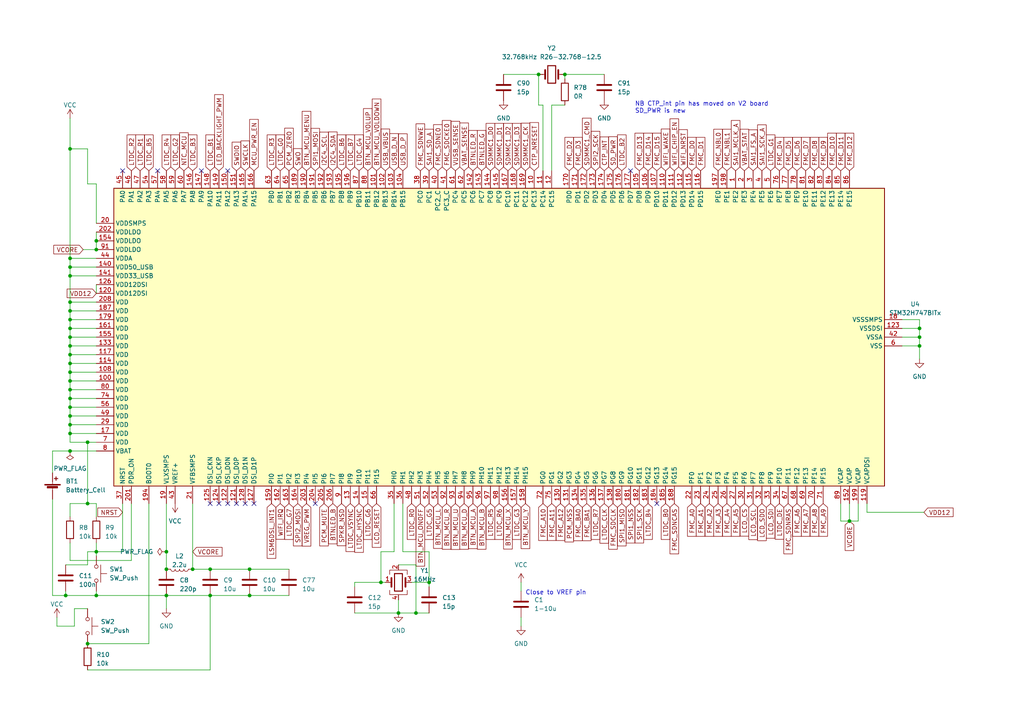
<source format=kicad_sch>
(kicad_sch (version 20230121) (generator eeschema)
  (paper "A4")
  (lib_symbols
    (symbol "Device:Battery_Cell" (pin_numbers hide) (pin_names (offset 0) hide)
      (property "Reference" "BT" (at 2.54 2.54 0))
      (property "Value" "Battery_Cell" (at 2.54 0 0))
      (symbol "Battery_Cell_1_1"
        (pin passive line (at 0 5.08 270) (length 2.54) (name "+") (number "1"))
        (pin passive line (at 0 -2.54 90) (length 2.54) (name "-") (number "2"))
      )
    )
    (symbol "Device:C" (pin_numbers hide) (pin_names (offset 0.254))
      (property "Reference" "C" (at 0.635 2.54 0))
      (property "Value" "C" (at 0.635 -2.54 0))
      (symbol "C_1_1"
        (pin passive line (at 0 3.81 270) (length 2.794) (name "~") (number "1"))
        (pin passive line (at 0 -3.81 90) (length 2.794) (name "~") (number "2"))
      )
    )
    (symbol "Device:Crystal" (pin_numbers hide) (pin_names (offset 1.016) hide)
      (property "Reference" "Y" (at 0 3.81 0))
      (property "Value" "Crystal" (at 0 -3.81 0))
      (symbol "Crystal_1_1"
        (pin passive line (at -3.81 0 0) (length 1.27) (name "1") (number "1"))
        (pin passive line (at 3.81 0 180) (length 1.27) (name "2") (number "2"))
      )
    )
    (symbol "Device:Crystal_GND24" (pin_names (offset 1.016) hide)
      (property "Reference" "Y" (at 3.175 5.08 0))
      (property "Value" "Crystal_GND24" (at 3.175 3.175 0))
      (symbol "Crystal_GND24_1_1"
        (pin passive line (at -3.81 0 0) (length 1.27) (name "1") (number "1"))
        (pin passive line (at 0 5.08 270) (length 1.27) (name "2") (number "2"))
        (pin passive line (at 3.81 0 180) (length 1.27) (name "3") (number "3"))
        (pin passive line (at 0 -5.08 90) (length 1.27) (name "4") (number "4"))
      )
    )
    (symbol "Device:L" (pin_numbers hide) (pin_names (offset 1.016) hide)
      (property "Reference" "L" (at -1.27 0 90))
      (property "Value" "L" (at 1.905 0 90))
      (symbol "L_1_1"
        (pin passive line (at 0 3.81 270) (length 1.27) (name "1") (number "1"))
        (pin passive line (at 0 -3.81 90) (length 1.27) (name "2") (number "2"))
      )
    )
    (symbol "Device:R" (pin_numbers hide) (pin_names (offset 0))
      (property "Reference" "R" (at 2.032 0 90))
      (property "Value" "R" (at 0 0 90))
      (symbol "R_1_1"
        (pin passive line (at 0 3.81 270) (length 1.27) (name "~") (number "1"))
        (pin passive line (at 0 -3.81 90) (length 1.27) (name "~") (number "2"))
      )
    )
    (symbol "MCU_ST_STM32H7:STM32H747BITx"
      (property "Reference" "U" (at -43.18 113.03 0))
      (property "Value" "STM32H747BITx" (at 35.56 113.03 0))
      (symbol "STM32H747BITx_1_1"
        (pin bidirectional line (at 48.26 -68.58 180) (length 5.08) (name "PE2") (number "1"))
        (pin bidirectional line (at 48.26 -10.16 180) (length 5.08) (name "PC13") (number "10"))
        (pin power_in line (at -12.7 116.84 270) (length 5.08) (name "VDD") (number "100"))
        (pin bidirectional line (at 48.26 35.56 180) (length 5.08) (name "PB12") (number "101"))
        (pin bidirectional line (at 48.26 33.02 180) (length 5.08) (name "PB13") (number "102"))
        (pin bidirectional line (at 48.26 30.48 180) (length 5.08) (name "PB14") (number "103"))
        (pin bidirectional line (at 48.26 27.94 180) (length 5.08) (name "PB15") (number "104"))
        (pin bidirectional line (at 48.26 -40.64 180) (length 5.08) (name "PD8") (number "105"))
        (pin bidirectional line (at 48.26 -43.18 180) (length 5.08) (name "PD9") (number "106"))
        (pin bidirectional line (at 48.26 -45.72 180) (length 5.08) (name "PD10") (number "107"))
        (pin power_in line (at -10.16 116.84 270) (length 5.08) (name "VDD") (number "108"))
        (pin passive line (at -2.54 -116.84 90) (length 5.08) hide (name "VSS") (number "109"))
        (pin bidirectional line (at 48.26 -12.7 180) (length 5.08) (name "PC14") (number "11"))
        (pin bidirectional line (at 48.26 -48.26 180) (length 5.08) (name "PD11") (number "110"))
        (pin bidirectional line (at 48.26 -50.8 180) (length 5.08) (name "PD12") (number "111"))
        (pin bidirectional line (at 48.26 -53.34 180) (length 5.08) (name "PD13") (number "112"))
        (pin passive line (at -2.54 -116.84 90) (length 5.08) hide (name "VSS") (number "113"))
        (pin power_in line (at -7.62 116.84 270) (length 5.08) (name "VDD") (number "114"))
        (pin bidirectional line (at 48.26 -55.88 180) (length 5.08) (name "PD14") (number "115"))
        (pin bidirectional line (at 48.26 -58.42 180) (length 5.08) (name "PD15") (number "116"))
        (pin power_in line (at -5.08 116.84 270) (length 5.08) (name "VDD") (number "117"))
        (pin passive line (at -2.54 -116.84 90) (length 5.08) hide (name "VSS") (number "118"))
        (pin power_out line (at -48.26 -106.68 0) (length 5.08) (name "VCAPDSI") (number "119"))
        (pin bidirectional line (at 48.26 -15.24 180) (length 5.08) (name "PC15") (number "12"))
        (pin power_in line (at 12.7 116.84 270) (length 5.08) (name "VDD12DSI") (number "120"))
        (pin bidirectional line (at -48.26 76.2 0) (length 5.08) (name "DSI_D0P") (number "121"))
        (pin bidirectional line (at -48.26 78.74 0) (length 5.08) (name "DSI_D0N") (number "122"))
        (pin power_in line (at 2.54 -116.84 90) (length 5.08) (name "VSSDSI") (number "123"))
        (pin bidirectional line (at -48.26 81.28 0) (length 5.08) (name "DSI_CKP") (number "124"))
        (pin bidirectional line (at -48.26 83.82 0) (length 5.08) (name "DSI_CKN") (number "125"))
        (pin power_in line (at 15.24 116.84 270) (length 5.08) (name "VDD12DSI") (number "126"))
        (pin bidirectional line (at -48.26 71.12 0) (length 5.08) (name "DSI_D1P") (number "127"))
        (pin bidirectional line (at -48.26 73.66 0) (length 5.08) (name "DSI_D1N") (number "128"))
        (pin passive line (at 2.54 -116.84 90) (length 5.08) hide (name "VSSDSI") (number "129"))
        (pin bidirectional line (at -48.26 43.18 0) (length 5.08) (name "PI9") (number "13"))
        (pin bidirectional line (at -48.26 -17.78 0) (length 5.08) (name "PG2") (number "130"))
        (pin bidirectional line (at -48.26 -20.32 0) (length 5.08) (name "PG3") (number "131"))
        (pin passive line (at -2.54 -116.84 90) (length 5.08) hide (name "VSS") (number "132"))
        (pin power_in line (at -2.54 116.84 270) (length 5.08) (name "VDD") (number "133"))
        (pin bidirectional line (at -48.26 -22.86 0) (length 5.08) (name "PG4") (number "134"))
        (pin bidirectional line (at -48.26 -25.4 0) (length 5.08) (name "PG5") (number "135"))
        (pin bidirectional line (at -48.26 -27.94 0) (length 5.08) (name "PG6") (number "136"))
        (pin bidirectional line (at -48.26 -30.48 0) (length 5.08) (name "PG7") (number "137"))
        (pin bidirectional line (at -48.26 -33.02 0) (length 5.08) (name "PG8") (number "138"))
        (pin passive line (at -2.54 -116.84 90) (length 5.08) hide (name "VSS") (number "139"))
        (pin bidirectional line (at -48.26 40.64 0) (length 5.08) (name "PI10") (number "14"))
        (pin power_in line (at 20.32 116.84 270) (length 5.08) (name "VDD50_USB") (number "140"))
        (pin power_in line (at 17.78 116.84 270) (length 5.08) (name "VDD33_USB") (number "141"))
        (pin bidirectional line (at 48.26 7.62 180) (length 5.08) (name "PC6") (number "142"))
        (pin bidirectional line (at 48.26 5.08 180) (length 5.08) (name "PC7") (number "143"))
        (pin bidirectional line (at 48.26 2.54 180) (length 5.08) (name "PC8") (number "144"))
        (pin bidirectional line (at 48.26 0 180) (length 5.08) (name "PC9") (number "145"))
        (pin bidirectional line (at 48.26 88.9 180) (length 5.08) (name "PA8") (number "146"))
        (pin bidirectional line (at 48.26 86.36 180) (length 5.08) (name "PA9") (number "147"))
        (pin bidirectional line (at 48.26 83.82 180) (length 5.08) (name "PA10") (number "148"))
        (pin bidirectional line (at 48.26 81.28 180) (length 5.08) (name "PA11") (number "149"))
        (pin bidirectional line (at -48.26 38.1 0) (length 5.08) (name "PI11") (number "15"))
        (pin bidirectional line (at 48.26 78.74 180) (length 5.08) (name "PA12") (number "150"))
        (pin bidirectional line (at 48.26 76.2 180) (length 5.08) (name "PA13") (number "151"))
        (pin power_out line (at -48.26 -101.6 0) (length 5.08) (name "VCAP") (number "152"))
        (pin passive line (at -2.54 -116.84 90) (length 5.08) hide (name "VSS") (number "153"))
        (pin power_in line (at 27.94 116.84 270) (length 5.08) (name "VDDLDO") (number "154"))
        (pin power_in line (at 0 116.84 270) (length 5.08) (name "VDD") (number "155"))
        (pin bidirectional line (at -48.26 -2.54 0) (length 5.08) (name "PH13") (number "156"))
        (pin bidirectional line (at -48.26 -5.08 0) (length 5.08) (name "PH14") (number "157"))
        (pin bidirectional line (at -48.26 -7.62 0) (length 5.08) (name "PH15") (number "158"))
        (pin bidirectional line (at -48.26 66.04 0) (length 5.08) (name "PI0") (number "159"))
        (pin passive line (at -2.54 -116.84 90) (length 5.08) hide (name "VSS") (number "16"))
        (pin passive line (at -2.54 -116.84 90) (length 5.08) hide (name "VSS") (number "160"))
        (pin power_in line (at 2.54 116.84 270) (length 5.08) (name "VDD") (number "161"))
        (pin bidirectional line (at -48.26 63.5 0) (length 5.08) (name "PI1") (number "162"))
        (pin bidirectional line (at -48.26 60.96 0) (length 5.08) (name "PI2") (number "163"))
        (pin bidirectional line (at -48.26 58.42 0) (length 5.08) (name "PI3") (number "164"))
        (pin bidirectional line (at 48.26 73.66 180) (length 5.08) (name "PA14") (number "165"))
        (pin bidirectional line (at 48.26 71.12 180) (length 5.08) (name "PA15") (number "166"))
        (pin bidirectional line (at 48.26 -2.54 180) (length 5.08) (name "PC10") (number "167"))
        (pin bidirectional line (at 48.26 -5.08 180) (length 5.08) (name "PC11") (number "168"))
        (pin bidirectional line (at 48.26 -7.62 180) (length 5.08) (name "PC12") (number "169"))
        (pin power_in line (at -27.94 116.84 270) (length 5.08) (name "VDD") (number "17"))
        (pin bidirectional line (at 48.26 -20.32 180) (length 5.08) (name "PD0") (number "170"))
        (pin bidirectional line (at 48.26 -22.86 180) (length 5.08) (name "PD1") (number "171"))
        (pin bidirectional line (at 48.26 -25.4 180) (length 5.08) (name "PD2") (number "172"))
        (pin bidirectional line (at 48.26 -27.94 180) (length 5.08) (name "PD3") (number "173"))
        (pin bidirectional line (at 48.26 -30.48 180) (length 5.08) (name "PD4") (number "174"))
        (pin bidirectional line (at 48.26 -33.02 180) (length 5.08) (name "PD5") (number "175"))
        (pin bidirectional line (at 48.26 -35.56 180) (length 5.08) (name "PD6") (number "176"))
        (pin bidirectional line (at 48.26 -38.1 180) (length 5.08) (name "PD7") (number "177"))
        (pin passive line (at -2.54 -116.84 90) (length 5.08) hide (name "VSS") (number "178"))
        (pin power_in line (at 5.08 116.84 270) (length 5.08) (name "VDD") (number "179"))
        (pin power_in line (at 5.08 -116.84 90) (length 5.08) (name "VSSSMPS") (number "18"))
        (pin bidirectional line (at -48.26 -35.56 0) (length 5.08) (name "PG9") (number "180"))
        (pin bidirectional line (at -48.26 -38.1 0) (length 5.08) (name "PG10") (number "181"))
        (pin bidirectional line (at -48.26 -40.64 0) (length 5.08) (name "PG11") (number "182"))
        (pin bidirectional line (at -48.26 -43.18 0) (length 5.08) (name "PG12") (number "183"))
        (pin bidirectional line (at -48.26 -45.72 0) (length 5.08) (name "PG13") (number "184"))
        (pin bidirectional line (at -48.26 -48.26 0) (length 5.08) (name "PG14") (number "185"))
        (pin passive line (at -2.54 -116.84 90) (length 5.08) hide (name "VSS") (number "186"))
        (pin power_in line (at 7.62 116.84 270) (length 5.08) (name "VDD") (number "187"))
        (pin bidirectional line (at -48.26 -50.8 0) (length 5.08) (name "PG15") (number "188"))
        (pin bidirectional line (at 48.26 58.42 180) (length 5.08) (name "PB3") (number "189"))
        (pin power_in line (at -48.26 96.52 0) (length 5.08) (name "VLXSMPS") (number "19"))
        (pin bidirectional line (at 48.26 55.88 180) (length 5.08) (name "PB4") (number "190"))
        (pin bidirectional line (at 48.26 53.34 180) (length 5.08) (name "PB5") (number "191"))
        (pin bidirectional line (at 48.26 50.8 180) (length 5.08) (name "PB6") (number "192"))
        (pin bidirectional line (at 48.26 48.26 180) (length 5.08) (name "PB7") (number "193"))
        (pin input line (at -48.26 101.6 0) (length 5.08) (name "BOOT0") (number "194"))
        (pin bidirectional line (at 48.26 45.72 180) (length 5.08) (name "PB8") (number "195"))
        (pin bidirectional line (at 48.26 43.18 180) (length 5.08) (name "PB9") (number "196"))
        (pin bidirectional line (at 48.26 -63.5 180) (length 5.08) (name "PE0") (number "197"))
        (pin bidirectional line (at 48.26 -66.04 180) (length 5.08) (name "PE1") (number "198"))
        (pin power_out line (at -48.26 -104.14 0) (length 5.08) (name "VCAP") (number "199"))
        (pin bidirectional line (at 48.26 -71.12 180) (length 5.08) (name "PE3") (number "2"))
        (pin power_in line (at 33.02 116.84 270) (length 5.08) (name "VDDSMPS") (number "20"))
        (pin passive line (at -2.54 -116.84 90) (length 5.08) hide (name "VSS") (number "200"))
        (pin input line (at -48.26 106.68 0) (length 5.08) (name "PDR_ON") (number "201"))
        (pin power_in line (at 30.48 116.84 270) (length 5.08) (name "VDDLDO") (number "202"))
        (pin bidirectional line (at -48.26 55.88 0) (length 5.08) (name "PI4") (number "203"))
        (pin bidirectional line (at -48.26 53.34 0) (length 5.08) (name "PI5") (number "204"))
        (pin bidirectional line (at -48.26 50.8 0) (length 5.08) (name "PI6") (number "205"))
        (pin bidirectional line (at -48.26 48.26 0) (length 5.08) (name "PI7") (number "206"))
        (pin passive line (at -2.54 -116.84 90) (length 5.08) hide (name "VSS") (number "207"))
        (pin power_in line (at 10.16 116.84 270) (length 5.08) (name "VDD") (number "208"))
        (pin input line (at -48.26 88.9 0) (length 5.08) (name "VFBSMPS") (number "21"))
        (pin bidirectional line (at -48.26 -55.88 0) (length 5.08) (name "PF0") (number "22"))
        (pin bidirectional line (at -48.26 -58.42 0) (length 5.08) (name "PF1") (number "23"))
        (pin bidirectional line (at -48.26 -60.96 0) (length 5.08) (name "PF2") (number "24"))
        (pin bidirectional line (at -48.26 -63.5 0) (length 5.08) (name "PF3") (number "25"))
        (pin bidirectional line (at -48.26 -66.04 0) (length 5.08) (name "PF4") (number "26"))
        (pin bidirectional line (at -48.26 -68.58 0) (length 5.08) (name "PF5") (number "27"))
        (pin passive line (at -2.54 -116.84 90) (length 5.08) hide (name "VSS") (number "28"))
        (pin power_in line (at -25.4 116.84 270) (length 5.08) (name "VDD") (number "29"))
        (pin bidirectional line (at 48.26 -73.66 180) (length 5.08) (name "PE4") (number "3"))
        (pin bidirectional line (at -48.26 -71.12 0) (length 5.08) (name "PF6") (number "30"))
        (pin bidirectional line (at -48.26 -73.66 0) (length 5.08) (name "PF7") (number "31"))
        (pin bidirectional line (at -48.26 -76.2 0) (length 5.08) (name "PF8") (number "32"))
        (pin bidirectional line (at -48.26 -78.74 0) (length 5.08) (name "PF9") (number "33"))
        (pin bidirectional line (at -48.26 -81.28 0) (length 5.08) (name "PF10") (number "34"))
        (pin bidirectional line (at -48.26 30.48 0) (length 5.08) (name "PH0") (number "35"))
        (pin bidirectional line (at -48.26 27.94 0) (length 5.08) (name "PH1") (number "36"))
        (pin input line (at -48.26 109.22 0) (length 5.08) (name "NRST") (number "37"))
        (pin bidirectional line (at 48.26 22.86 180) (length 5.08) (name "PC0") (number "38"))
        (pin bidirectional line (at 48.26 20.32 180) (length 5.08) (name "PC1") (number "39"))
        (pin bidirectional line (at 48.26 -76.2 180) (length 5.08) (name "PE5") (number "4"))
        (pin bidirectional line (at 48.26 17.78 180) (length 5.08) (name "PC2_C") (number "40"))
        (pin bidirectional line (at 48.26 15.24 180) (length 5.08) (name "PC3_C") (number "41"))
        (pin power_in line (at 0 -116.84 90) (length 5.08) (name "VSSA") (number "42"))
        (pin input line (at -48.26 93.98 0) (length 5.08) (name "VREF+") (number "43"))
        (pin power_in line (at 22.86 116.84 270) (length 5.08) (name "VDDA") (number "44"))
        (pin bidirectional line (at 48.26 109.22 180) (length 5.08) (name "PA0") (number "45"))
        (pin bidirectional line (at 48.26 106.68 180) (length 5.08) (name "PA1") (number "46"))
        (pin bidirectional line (at 48.26 104.14 180) (length 5.08) (name "PA2") (number "47"))
        (pin bidirectional line (at -48.26 25.4 0) (length 5.08) (name "PH2") (number "48"))
        (pin power_in line (at -22.86 116.84 270) (length 5.08) (name "VDD") (number "49"))
        (pin bidirectional line (at 48.26 -78.74 180) (length 5.08) (name "PE6") (number "5"))
        (pin passive line (at -2.54 -116.84 90) (length 5.08) hide (name "VSS") (number "50"))
        (pin bidirectional line (at -48.26 22.86 0) (length 5.08) (name "PH3") (number "51"))
        (pin bidirectional line (at -48.26 20.32 0) (length 5.08) (name "PH4") (number "52"))
        (pin bidirectional line (at -48.26 17.78 0) (length 5.08) (name "PH5") (number "53"))
        (pin bidirectional line (at 48.26 101.6 180) (length 5.08) (name "PA3") (number "54"))
        (pin passive line (at -2.54 -116.84 90) (length 5.08) hide (name "VSS") (number "55"))
        (pin power_in line (at -20.32 116.84 270) (length 5.08) (name "VDD") (number "56"))
        (pin bidirectional line (at 48.26 99.06 180) (length 5.08) (name "PA4") (number "57"))
        (pin bidirectional line (at 48.26 96.52 180) (length 5.08) (name "PA5") (number "58"))
        (pin bidirectional line (at 48.26 93.98 180) (length 5.08) (name "PA6") (number "59"))
        (pin power_in line (at -2.54 -116.84 90) (length 5.08) (name "VSS") (number "6"))
        (pin bidirectional line (at 48.26 91.44 180) (length 5.08) (name "PA7") (number "60"))
        (pin bidirectional line (at 48.26 12.7 180) (length 5.08) (name "PC4") (number "61"))
        (pin bidirectional line (at 48.26 10.16 180) (length 5.08) (name "PC5") (number "62"))
        (pin bidirectional line (at 48.26 66.04 180) (length 5.08) (name "PB0") (number "63"))
        (pin bidirectional line (at 48.26 63.5 180) (length 5.08) (name "PB1") (number "64"))
        (pin bidirectional line (at 48.26 60.96 180) (length 5.08) (name "PB2") (number "65"))
        (pin bidirectional line (at -48.26 35.56 0) (length 5.08) (name "PI15") (number "66"))
        (pin bidirectional line (at -48.26 -83.82 0) (length 5.08) (name "PF11") (number "67"))
        (pin bidirectional line (at -48.26 -86.36 0) (length 5.08) (name "PF12") (number "68"))
        (pin bidirectional line (at -48.26 -88.9 0) (length 5.08) (name "PF13") (number "69"))
        (pin power_in line (at -30.48 116.84 270) (length 5.08) (name "VDD") (number "7"))
        (pin bidirectional line (at -48.26 -91.44 0) (length 5.08) (name "PF14") (number "70"))
        (pin bidirectional line (at -48.26 -93.98 0) (length 5.08) (name "PF15") (number "71"))
        (pin bidirectional line (at -48.26 -12.7 0) (length 5.08) (name "PG0") (number "72"))
        (pin passive line (at -2.54 -116.84 90) (length 5.08) hide (name "VSS") (number "73"))
        (pin power_in line (at -17.78 116.84 270) (length 5.08) (name "VDD") (number "74"))
        (pin bidirectional line (at -48.26 -15.24 0) (length 5.08) (name "PG1") (number "75"))
        (pin bidirectional line (at 48.26 -81.28 180) (length 5.08) (name "PE7") (number "76"))
        (pin bidirectional line (at 48.26 -83.82 180) (length 5.08) (name "PE8") (number "77"))
        (pin bidirectional line (at 48.26 -86.36 180) (length 5.08) (name "PE9") (number "78"))
        (pin passive line (at -2.54 -116.84 90) (length 5.08) hide (name "VSS") (number "79"))
        (pin power_in line (at -33.02 116.84 270) (length 5.08) (name "VBAT") (number "8"))
        (pin power_in line (at -15.24 116.84 270) (length 5.08) (name "VDD") (number "80"))
        (pin bidirectional line (at 48.26 -88.9 180) (length 5.08) (name "PE10") (number "81"))
        (pin bidirectional line (at 48.26 -91.44 180) (length 5.08) (name "PE11") (number "82"))
        (pin bidirectional line (at 48.26 -93.98 180) (length 5.08) (name "PE12") (number "83"))
        (pin bidirectional line (at 48.26 -96.52 180) (length 5.08) (name "PE13") (number "84"))
        (pin bidirectional line (at 48.26 -99.06 180) (length 5.08) (name "PE14") (number "85"))
        (pin bidirectional line (at 48.26 -101.6 180) (length 5.08) (name "PE15") (number "86"))
        (pin bidirectional line (at 48.26 40.64 180) (length 5.08) (name "PB10") (number "87"))
        (pin bidirectional line (at 48.26 38.1 180) (length 5.08) (name "PB11") (number "88"))
        (pin power_out line (at -48.26 -99.06 0) (length 5.08) (name "VCAP") (number "89"))
        (pin bidirectional line (at -48.26 45.72 0) (length 5.08) (name "PI8") (number "9"))
        (pin passive line (at -2.54 -116.84 90) (length 5.08) hide (name "VSS") (number "90"))
        (pin power_in line (at 25.4 116.84 270) (length 5.08) (name "VDDLDO") (number "91"))
        (pin bidirectional line (at -48.26 15.24 0) (length 5.08) (name "PH6") (number "92"))
        (pin bidirectional line (at -48.26 12.7 0) (length 5.08) (name "PH7") (number "93"))
        (pin bidirectional line (at -48.26 10.16 0) (length 5.08) (name "PH8") (number "94"))
        (pin bidirectional line (at -48.26 7.62 0) (length 5.08) (name "PH9") (number "95"))
        (pin bidirectional line (at -48.26 5.08 0) (length 5.08) (name "PH10") (number "96"))
        (pin bidirectional line (at -48.26 2.54 0) (length 5.08) (name "PH11") (number "97"))
        (pin bidirectional line (at -48.26 0 0) (length 5.08) (name "PH12") (number "98"))
        (pin passive line (at -2.54 -116.84 90) (length 5.08) hide (name "VSS") (number "99"))
      )
    )
    (symbol "Switch:SW_Push" (pin_numbers hide) (pin_names (offset 1.016) hide)
      (property "Reference" "SW" (at 1.27 2.54 0))
      (property "Value" "SW_Push" (at 0 -1.524 0))
      (symbol "SW_Push_0_1"
        (pin passive line (at -5.08 0 0) (length 2.54) (name "1") (number "1"))
        (pin passive line (at 5.08 0 180) (length 2.54) (name "2") (number "2"))
      )
    )
    (symbol "power:GND" (power) (pin_names (offset 0))
      (property "Value" "GND" (at 0 -3.81 0))
      (symbol "GND_1_1"
        (pin power_in line (at 0 0 270) (length 0) hide (name "GND") (number "1"))
      )
    )
    (symbol "power:PWR_FLAG" (power) (pin_numbers hide) (pin_names (offset 0) hide)
      (property "Value" "PWR_FLAG" (at 0 3.81 0))
      (symbol "PWR_FLAG_0_0"
        (pin power_out line (at 0 0 90) (length 0) (name "pwr") (number "1"))
      )
    )
    (symbol "power:VCC" (power) (pin_names (offset 0))
      (property "Value" "VCC" (at 0 3.81 0))
      (symbol "VCC_1_1"
        (pin power_in line (at 0 0 90) (length 0) hide (name "VCC") (number "1"))
      )
    )
  )
  (junction (at 20.32 77.47))
  (junction (at 20.32 120.65))
  (junction (at 20.32 125.73))
  (junction (at 72.39 165.1))
  (junction (at 48.26 160.02))
  (junction (at 20.32 97.79))
  (junction (at 20.32 113.03))
  (junction (at 48.26 172.72))
  (junction (at 25.4 186.69))
  (junction (at 20.32 123.19))
  (junction (at 27.94 69.85))
  (junction (at 110.49 168.91))
  (junction (at 25.4 128.27))
  (junction (at 60.96 172.72))
  (junction (at 27.94 172.72))
  (junction (at 20.32 95.25))
  (junction (at 124.46 168.91))
  (junction (at 266.7 97.79))
  (junction (at 25.4 146.05))
  (junction (at 20.32 107.95))
  (junction (at 20.32 130.81))
  (junction (at 156.21 21.59))
  (junction (at 115.57 177.8))
  (junction (at 20.32 87.63))
  (junction (at 20.32 110.49))
  (junction (at 20.32 115.57))
  (junction (at 60.96 165.1))
  (junction (at 20.32 43.18))
  (junction (at 266.7 100.33))
  (junction (at 20.32 92.71))
  (junction (at 27.94 160.02))
  (junction (at 48.26 165.1))
  (junction (at 246.38 151.13))
  (junction (at 20.32 90.17))
  (junction (at 20.32 74.93))
  (junction (at 20.32 100.33))
  (junction (at 20.32 102.87))
  (junction (at 55.88 165.1))
  (junction (at 120.65 177.8))
  (junction (at 27.94 72.39))
  (junction (at 20.32 105.41))
  (junction (at 163.83 21.59))
  (junction (at 266.7 95.25))
  (junction (at 72.39 172.72))
  (junction (at 20.32 118.11))
  (junction (at 19.05 172.72))
  (junction (at 20.32 80.01))
  (no_connect (at 68.58 146.05))
  (no_connect (at 71.12 146.05))
  (no_connect (at 45.72 49.53))
  (no_connect (at 190.5 146.05))
  (no_connect (at 66.04 49.53))
  (no_connect (at 35.56 49.53))
  (no_connect (at 63.5 146.05))
  (no_connect (at 66.04 146.05))
  (no_connect (at 91.44 146.05))
  (no_connect (at 73.66 146.05))
  (no_connect (at 58.42 49.53))
  (no_connect (at 60.96 146.05))
  (no_connect (at 182.88 49.53))
  (wire (pts (xy 24.13 72.39) (xy 27.94 72.39)))
  (wire (pts (xy 266.7 97.79) (xy 266.7 100.33)))
  (wire (pts (xy 20.32 100.33) (xy 20.32 97.79)))
  (wire (pts (xy 27.94 107.95) (xy 20.32 107.95)))
  (wire (pts (xy 116.84 146.05) (xy 116.84 160.02)))
  (wire (pts (xy 151.13 168.91) (xy 151.13 171.45)))
  (wire (pts (xy 243.84 146.05) (xy 243.84 151.13)))
  (wire (pts (xy 20.32 90.17) (xy 20.32 87.63)))
  (wire (pts (xy 266.7 100.33) (xy 266.7 104.14)))
  (wire (pts (xy 266.7 92.71) (xy 266.7 95.25)))
  (wire (pts (xy 115.57 163.83) (xy 120.65 163.83)))
  (wire (pts (xy 251.46 148.59) (xy 251.46 146.05)))
  (wire (pts (xy 38.1 146.05) (xy 38.1 162.56)))
  (wire (pts (xy 27.94 172.72) (xy 48.26 172.72)))
  (wire (pts (xy 20.32 43.18) (xy 20.32 74.93)))
  (wire (pts (xy 27.94 128.27) (xy 25.4 128.27)))
  (wire (pts (xy 27.94 130.81) (xy 20.32 130.81)))
  (wire (pts (xy 27.94 160.02) (xy 27.94 157.48)))
  (wire (pts (xy 27.94 149.86) (xy 27.94 146.05)))
  (wire (pts (xy 27.94 90.17) (xy 20.32 90.17)))
  (wire (pts (xy 25.4 43.18) (xy 25.4 53.34)))
  (wire (pts (xy 20.32 77.47) (xy 20.32 74.93)))
  (wire (pts (xy 19.05 171.45) (xy 19.05 172.72)))
  (wire (pts (xy 20.32 80.01) (xy 20.32 77.47)))
  (wire (pts (xy 114.3 146.05) (xy 114.3 160.02)))
  (wire (pts (xy 35.56 160.02) (xy 27.94 160.02)))
  (wire (pts (xy 20.32 149.86) (xy 20.32 146.05)))
  (wire (pts (xy 72.39 165.1) (xy 83.82 165.1)))
  (wire (pts (xy 27.94 146.05) (xy 25.4 146.05)))
  (wire (pts (xy 25.4 194.31) (xy 60.96 194.31)))
  (wire (pts (xy 102.87 177.8) (xy 115.57 177.8)))
  (wire (pts (xy 60.96 172.72) (xy 72.39 172.72)))
  (wire (pts (xy 72.39 172.72) (xy 83.82 172.72)))
  (wire (pts (xy 27.94 95.25) (xy 20.32 95.25)))
  (wire (pts (xy 27.94 74.93) (xy 20.32 74.93)))
  (wire (pts (xy 20.32 105.41) (xy 20.32 102.87)))
  (wire (pts (xy 27.94 120.65) (xy 20.32 120.65)))
  (wire (pts (xy 124.46 168.91) (xy 124.46 170.18)))
  (wire (pts (xy 261.62 95.25) (xy 266.7 95.25)))
  (wire (pts (xy 20.32 123.19) (xy 20.32 120.65)))
  (wire (pts (xy 27.94 97.79) (xy 20.32 97.79)))
  (wire (pts (xy 20.32 97.79) (xy 20.32 95.25)))
  (wire (pts (xy 27.94 53.34) (xy 25.4 53.34)))
  (wire (pts (xy 21.59 181.61) (xy 21.59 176.53)))
  (wire (pts (xy 20.32 34.29) (xy 20.32 43.18)))
  (wire (pts (xy 27.94 113.03) (xy 20.32 113.03)))
  (wire (pts (xy 266.7 95.25) (xy 266.7 97.79)))
  (wire (pts (xy 20.32 95.25) (xy 20.32 92.71)))
  (wire (pts (xy 157.48 30.48) (xy 156.21 30.48)))
  (wire (pts (xy 43.18 146.05) (xy 43.18 186.69)))
  (wire (pts (xy 27.94 160.02) (xy 27.94 161.29)))
  (wire (pts (xy 19.05 172.72) (xy 27.94 172.72)))
  (wire (pts (xy 120.65 177.8) (xy 124.46 177.8)))
  (wire (pts (xy 55.88 165.1) (xy 60.96 165.1)))
  (wire (pts (xy 27.94 125.73) (xy 20.32 125.73)))
  (wire (pts (xy 16.51 179.07) (xy 16.51 181.61)))
  (wire (pts (xy 116.84 160.02) (xy 124.46 160.02)))
  (wire (pts (xy 15.24 144.78) (xy 15.24 172.72)))
  (wire (pts (xy 115.57 173.99) (xy 115.57 177.8)))
  (wire (pts (xy 102.87 168.91) (xy 102.87 170.18)))
  (wire (pts (xy 60.96 165.1) (xy 72.39 165.1)))
  (wire (pts (xy 27.94 69.85) (xy 27.94 72.39)))
  (wire (pts (xy 25.4 128.27) (xy 20.32 128.27)))
  (wire (pts (xy 27.94 92.71) (xy 20.32 92.71)))
  (wire (pts (xy 27.94 100.33) (xy 20.32 100.33)))
  (wire (pts (xy 20.32 113.03) (xy 20.32 110.49)))
  (wire (pts (xy 27.94 105.41) (xy 20.32 105.41)))
  (wire (pts (xy 25.4 186.69) (xy 43.18 186.69)))
  (wire (pts (xy 27.94 102.87) (xy 20.32 102.87)))
  (wire (pts (xy 20.32 115.57) (xy 20.32 113.03)))
  (wire (pts (xy 163.83 21.59) (xy 175.26 21.59)))
  (wire (pts (xy 25.4 146.05) (xy 25.4 128.27)))
  (wire (pts (xy 27.94 64.77) (xy 27.94 53.34)))
  (wire (pts (xy 38.1 162.56) (xy 20.32 162.56)))
  (wire (pts (xy 48.26 146.05) (xy 48.26 160.02)))
  (wire (pts (xy 124.46 160.02) (xy 124.46 168.91)))
  (wire (pts (xy 20.32 107.95) (xy 20.32 105.41)))
  (wire (pts (xy 20.32 87.63) (xy 20.32 80.01)))
  (wire (pts (xy 25.4 160.02) (xy 27.94 160.02)))
  (wire (pts (xy 156.21 30.48) (xy 156.21 21.59)))
  (wire (pts (xy 27.94 171.45) (xy 27.94 172.72)))
  (wire (pts (xy 60.96 194.31) (xy 60.96 172.72)))
  (wire (pts (xy 20.32 162.56) (xy 20.32 157.48)))
  (wire (pts (xy 163.83 30.48) (xy 160.02 30.48)))
  (wire (pts (xy 25.4 43.18) (xy 20.32 43.18)))
  (wire (pts (xy 27.94 110.49) (xy 20.32 110.49)))
  (wire (pts (xy 20.32 102.87) (xy 20.32 100.33)))
  (wire (pts (xy 21.59 176.53) (xy 25.4 176.53)))
  (wire (pts (xy 48.26 160.02) (xy 48.26 165.1)))
  (wire (pts (xy 20.32 128.27) (xy 20.32 125.73)))
  (wire (pts (xy 20.32 118.11) (xy 20.32 115.57)))
  (wire (pts (xy 246.38 151.13) (xy 248.92 151.13)))
  (wire (pts (xy 115.57 177.8) (xy 120.65 177.8)))
  (wire (pts (xy 35.56 146.05) (xy 35.56 160.02)))
  (wire (pts (xy 114.3 160.02) (xy 110.49 160.02)))
  (wire (pts (xy 48.26 172.72) (xy 48.26 176.53)))
  (wire (pts (xy 119.38 168.91) (xy 124.46 168.91)))
  (wire (pts (xy 110.49 160.02) (xy 110.49 168.91)))
  (wire (pts (xy 267.97 148.59) (xy 251.46 148.59)))
  (wire (pts (xy 27.94 67.31) (xy 27.94 69.85)))
  (wire (pts (xy 20.32 120.65) (xy 20.32 118.11)))
  (wire (pts (xy 20.32 110.49) (xy 20.32 107.95)))
  (wire (pts (xy 20.32 80.01) (xy 27.94 80.01)))
  (wire (pts (xy 20.32 77.47) (xy 27.94 77.47)))
  (wire (pts (xy 19.05 163.83) (xy 25.4 163.83)))
  (wire (pts (xy 20.32 125.73) (xy 20.32 123.19)))
  (wire (pts (xy 27.94 123.19) (xy 20.32 123.19)))
  (wire (pts (xy 20.32 146.05) (xy 25.4 146.05)))
  (wire (pts (xy 27.94 87.63) (xy 20.32 87.63)))
  (wire (pts (xy 243.84 151.13) (xy 246.38 151.13)))
  (wire (pts (xy 27.94 118.11) (xy 20.32 118.11)))
  (wire (pts (xy 246.38 146.05) (xy 246.38 151.13)))
  (wire (pts (xy 27.94 82.55) (xy 27.94 85.09)))
  (wire (pts (xy 160.02 30.48) (xy 160.02 49.53)))
  (wire (pts (xy 120.65 163.83) (xy 120.65 177.8)))
  (wire (pts (xy 248.92 146.05) (xy 248.92 151.13)))
  (wire (pts (xy 110.49 168.91) (xy 102.87 168.91)))
  (wire (pts (xy 25.4 163.83) (xy 25.4 160.02)))
  (wire (pts (xy 15.24 130.81) (xy 15.24 137.16)))
  (wire (pts (xy 146.05 21.59) (xy 156.21 21.59)))
  (wire (pts (xy 27.94 115.57) (xy 20.32 115.57)))
  (wire (pts (xy 111.76 168.91) (xy 110.49 168.91)))
  (wire (pts (xy 261.62 100.33) (xy 266.7 100.33)))
  (wire (pts (xy 261.62 97.79) (xy 266.7 97.79)))
  (wire (pts (xy 20.32 130.81) (xy 15.24 130.81)))
  (wire (pts (xy 261.62 92.71) (xy 266.7 92.71)))
  (wire (pts (xy 15.24 172.72) (xy 19.05 172.72)))
  (wire (pts (xy 48.26 172.72) (xy 60.96 172.72)))
  (wire (pts (xy 16.51 181.61) (xy 21.59 181.61)))
  (wire (pts (xy 163.83 21.59) (xy 163.83 22.86)))
  (wire (pts (xy 157.48 49.53) (xy 157.48 30.48)))
  (wire (pts (xy 55.88 146.05) (xy 55.88 165.1)))
  (wire (pts (xy 151.13 179.07) (xy 151.13 181.61)))
  (wire (pts (xy 20.32 92.71) (xy 20.32 90.17)))
  (text "NB CTP_int pin has moved on V2 board\nSD_PWR is new" (at 184.15 33.02 0) (effects (font (size 1.27 1.27)) (justify left bottom)))
  (text "Close to VREF pin" (at 152.4 172.72 0) (effects (font (size 1.27 1.27)) (justify left bottom)))
  (global_label "SPI2_SCK" (shape input) (at 172.72 49.53 90) (property "Intersheetrefs" "${INTERSHEET_REFS}" (effects hide)))
  (global_label "FMC_A11" (shape input) (at 160.02 146.05 270) (property "Intersheetrefs" "${INTERSHEET_REFS}" (effects hide)))
  (global_label "LTDC_B3" (shape input) (at 55.88 49.53 90) (property "Intersheetrefs" "${INTERSHEET_REFS}" (effects hide)))
  (global_label "BTN_MCU_Y" (shape input) (at 152.4 146.05 270) (property "Intersheetrefs" "${INTERSHEET_REFS}" (effects hide)))
  (global_label "LTDC_G4" (shape input) (at 104.14 49.53 90) (property "Intersheetrefs" "${INTERSHEET_REFS}" (effects hide)))
  (global_label "SDMMC1_D1" (shape input) (at 144.78 49.53 90) (property "Intersheetrefs" "${INTERSHEET_REFS}" (effects hide)))
  (global_label "BTNLED_G" (shape input) (at 139.7 49.53 90) (property "Intersheetrefs" "${INTERSHEET_REFS}" (effects hide)))
  (global_label "CTP_INT" (shape input) (at 175.26 49.53 90) (property "Intersheetrefs" "${INTERSHEET_REFS}" (effects hide)))
  (global_label "SD_PWR" (shape input) (at 177.8 49.53 90) (property "Intersheetrefs" "${INTERSHEET_REFS}" (effects hide)))
  (global_label "WIFI_CHIP_EN" (shape input) (at 195.58 49.53 90) (property "Intersheetrefs" "${INTERSHEET_REFS}" (effects hide)))
  (global_label "USB_D_N" (shape input) (at 114.3 49.53 90) (property "Intersheetrefs" "${INTERSHEET_REFS}" (effects hide)))
  (global_label "LED_BACKLIGHT_PWM" (shape input) (at 63.5 49.53 90) (property "Intersheetrefs" "${INTERSHEET_REFS}" (effects hide)))
  (global_label "FMC_SDCLK" (shape input) (at 177.8 146.05 270) (property "Intersheetrefs" "${INTERSHEET_REFS}" (effects hide)))
  (global_label "FMC_D9" (shape input) (at 238.76 49.53 90) (property "Intersheetrefs" "${INTERSHEET_REFS}" (effects hide)))
  (global_label "LTDC_DE" (shape input) (at 226.06 146.05 270) (property "Intersheetrefs" "${INTERSHEET_REFS}" (effects hide)))
  (global_label "NRST" (shape input) (at 35.56 148.59 180) (property "Intersheetrefs" "${INTERSHEET_REFS}" (effects hide)))
  (global_label "FMC_A10" (shape input) (at 157.48 146.05 270) (property "Intersheetrefs" "${INTERSHEET_REFS}" (effects hide)))
  (global_label "SDMMC1_D2" (shape input) (at 147.32 49.53 90) (property "Intersheetrefs" "${INTERSHEET_REFS}" (effects hide)))
  (global_label "VREG_PWM" (shape input) (at 88.9 146.05 270) (property "Intersheetrefs" "${INTERSHEET_REFS}" (effects hide)))
  (global_label "BTN_MCU_MENU" (shape input) (at 88.9 49.53 90) (property "Intersheetrefs" "${INTERSHEET_REFS}" (effects hide)))
  (global_label "LCD_SCL" (shape input) (at 218.44 146.05 270) (property "Intersheetrefs" "${INTERSHEET_REFS}" (effects hide)))
  (global_label "BTN_MCU_R" (shape input) (at 129.54 146.05 270) (property "Intersheetrefs" "${INTERSHEET_REFS}" (effects hide)))
  (global_label "SDMMC1_D3" (shape input) (at 149.86 49.53 90) (property "Intersheetrefs" "${INTERSHEET_REFS}" (effects hide)))
  (global_label "FMC_D2" (shape input) (at 165.1 49.53 90) (property "Intersheetrefs" "${INTERSHEET_REFS}" (effects hide)))
  (global_label "BTN_MCU_VOLDOWN" (shape input) (at 109.22 49.53 90) (property "Intersheetrefs" "${INTERSHEET_REFS}" (effects hide)))
  (global_label "BTN_MCU_VOLUP" (shape input) (at 106.68 49.53 90) (property "Intersheetrefs" "${INTERSHEET_REFS}" (effects hide)))
  (global_label "PCM_MUTE" (shape input) (at 93.98 146.05 270) (property "Intersheetrefs" "${INTERSHEET_REFS}" (effects hide)))
  (global_label "LTDC_G3" (shape input) (at 149.86 146.05 270) (property "Intersheetrefs" "${INTERSHEET_REFS}" (effects hide)))
  (global_label "LSM6DSL_INT1" (shape input) (at 78.74 146.05 270) (property "Intersheetrefs" "${INTERSHEET_REFS}" (effects hide)))
  (global_label "SPI2_MOSI" (shape input) (at 86.36 146.05 270) (property "Intersheetrefs" "${INTERSHEET_REFS}" (effects hide)))
  (global_label "FMC_BA1" (shape input) (at 170.18 146.05 270) (property "Intersheetrefs" "${INTERSHEET_REFS}" (effects hide)))
  (global_label "SPI1_SCK" (shape input) (at 185.42 146.05 270) (property "Intersheetrefs" "${INTERSHEET_REFS}" (effects hide)))
  (global_label "FMC_D14" (shape input) (at 187.96 49.53 90) (property "Intersheetrefs" "${INTERSHEET_REFS}" (effects hide)))
  (global_label "LTDC_G0" (shape input) (at 81.28 49.53 90) (property "Intersheetrefs" "${INTERSHEET_REFS}" (effects hide)))
  (global_label "FMC_D1" (shape input) (at 203.2 49.53 90) (property "Intersheetrefs" "${INTERSHEET_REFS}" (effects hide)))
  (global_label "FMC_D11" (shape input) (at 243.84 49.53 90) (property "Intersheetrefs" "${INTERSHEET_REFS}" (effects hide)))
  (global_label "VCORE" (shape input) (at 55.88 160.02 0) (property "Intersheetrefs" "${INTERSHEET_REFS}" (effects hide)))
  (global_label "MCU_PWR_EN" (shape input) (at 73.66 49.53 90) (property "Intersheetrefs" "${INTERSHEET_REFS}" (effects hide)))
  (global_label "SWCLK" (shape input) (at 71.12 49.53 90) (property "Intersheetrefs" "${INTERSHEET_REFS}" (effects hide)))
  (global_label "LTDC_G6" (shape input) (at 106.68 146.05 270) (property "Intersheetrefs" "${INTERSHEET_REFS}" (effects hide)))
  (global_label "I2C4_SDA" (shape input) (at 96.52 49.53 90) (property "Intersheetrefs" "${INTERSHEET_REFS}" (effects hide)))
  (global_label "LTDC_CLK" (shape input) (at 175.26 146.05 270) (property "Intersheetrefs" "${INTERSHEET_REFS}" (effects hide)))
  (global_label "BTN_MCU_A" (shape input) (at 137.16 146.05 270) (property "Intersheetrefs" "${INTERSHEET_REFS}" (effects hide)))
  (global_label "LTDC_B1" (shape input) (at 60.96 49.53 90) (property "Intersheetrefs" "${INTERSHEET_REFS}" (effects hide)))
  (global_label "LCD_RESET" (shape input) (at 109.22 146.05 270) (property "Intersheetrefs" "${INTERSHEET_REFS}" (effects hide)))
  (global_label "LTDC_R7" (shape input) (at 172.72 146.05 270) (property "Intersheetrefs" "${INTERSHEET_REFS}" (effects hide)))
  (global_label "LTDC_G2" (shape input) (at 50.8 49.53 90) (property "Intersheetrefs" "${INTERSHEET_REFS}" (effects hide)))
  (global_label "SPKR_NSD" (shape input) (at 99.06 146.05 270) (property "Intersheetrefs" "${INTERSHEET_REFS}" (effects hide)))
  (global_label "FMC_SDNE0" (shape input) (at 127 49.53 90) (property "Intersheetrefs" "${INTERSHEET_REFS}" (effects hide)))
  (global_label "LTDC_R1" (shape input) (at 40.64 49.53 90) (property "Intersheetrefs" "${INTERSHEET_REFS}" (effects hide)))
  (global_label "USB_VBUS" (shape input) (at 111.76 49.53 90) (property "Intersheetrefs" "${INTERSHEET_REFS}" (effects hide)))
  (global_label "I2C4_SCL" (shape input) (at 93.98 49.53 90) (property "Intersheetrefs" "${INTERSHEET_REFS}" (effects hide)))
  (global_label "LTDC_B6" (shape input) (at 99.06 49.53 90) (property "Intersheetrefs" "${INTERSHEET_REFS}" (effects hide)))
  (global_label "CTP_NRESET" (shape input) (at 154.94 49.53 90) (property "Intersheetrefs" "${INTERSHEET_REFS}" (effects hide)))
  (global_label "LTDC_HYSNC" (shape input) (at 104.14 146.05 270) (property "Intersheetrefs" "${INTERSHEET_REFS}" (effects hide)))
  (global_label "LTDC_G7" (shape input) (at 83.82 146.05 270) (property "Intersheetrefs" "${INTERSHEET_REFS}" (effects hide)))
  (global_label "FMC_D10" (shape input) (at 241.3 49.53 90) (property "Intersheetrefs" "${INTERSHEET_REFS}" (effects hide)))
  (global_label "BTNLED_B" (shape input) (at 96.52 146.05 270) (property "Intersheetrefs" "${INTERSHEET_REFS}" (effects hide)))
  (global_label "SAI1_SD_A" (shape input) (at 124.46 49.53 90) (property "Intersheetrefs" "${INTERSHEET_REFS}" (effects hide)))
  (global_label "FMC_D6" (shape input) (at 231.14 49.53 90) (property "Intersheetrefs" "${INTERSHEET_REFS}" (effects hide)))
  (global_label "VBAT_SENSE" (shape input) (at 134.62 49.53 90) (property "Intersheetrefs" "${INTERSHEET_REFS}" (effects hide)))
  (global_label "VBAT_STAT" (shape input) (at 215.9 49.53 90) (property "Intersheetrefs" "${INTERSHEET_REFS}" (effects hide)))
  (global_label "VDD12" (shape input) (at 27.94 85.09 180) (property "Intersheetrefs" "${INTERSHEET_REFS}" (effects hide)))
  (global_label "FMC_D5" (shape input) (at 228.6 49.53 90) (property "Intersheetrefs" "${INTERSHEET_REFS}" (effects hide)))
  (global_label "BTN_MCU_D" (shape input) (at 134.62 146.05 270) (property "Intersheetrefs" "${INTERSHEET_REFS}" (effects hide)))
  (global_label "LCD_SDO" (shape input) (at 220.98 146.05 270) (property "Intersheetrefs" "${INTERSHEET_REFS}" (effects hide)))
  (global_label "LTDC_B5" (shape input) (at 43.18 49.53 90) (property "Intersheetrefs" "${INTERSHEET_REFS}" (effects hide)))
  (global_label "SPI1_MOSI" (shape input) (at 91.44 49.53 90) (property "Intersheetrefs" "${INTERSHEET_REFS}" (effects hide)))
  (global_label "LTDC_G1" (shape input) (at 223.52 49.53 90) (property "Intersheetrefs" "${INTERSHEET_REFS}" (effects hide)))
  (global_label "SAI1_MCLK_A" (shape input) (at 213.36 49.53 90) (property "Intersheetrefs" "${INTERSHEET_REFS}" (effects hide)))
  (global_label "SWDIO" (shape input) (at 68.58 49.53 90) (property "Intersheetrefs" "${INTERSHEET_REFS}" (effects hide)))
  (global_label "LTDC_R4" (shape input) (at 48.26 49.53 90) (property "Intersheetrefs" "${INTERSHEET_REFS}" (effects hide)))
  (global_label "FMC_BA0" (shape input) (at 167.64 146.05 270) (property "Intersheetrefs" "${INTERSHEET_REFS}" (effects hide)))
  (global_label "FMC_D12" (shape input) (at 246.38 49.53 90) (property "Intersheetrefs" "${INTERSHEET_REFS}" (effects hide)))
  (global_label "FMC_A7" (shape input) (at 233.68 146.05 270) (property "Intersheetrefs" "${INTERSHEET_REFS}" (effects hide)))
  (global_label "FMC_NBL0" (shape input) (at 208.28 49.53 90) (property "Intersheetrefs" "${INTERSHEET_REFS}" (effects hide)))
  (global_label "SDMMC1_D0" (shape input) (at 142.24 49.53 90) (property "Intersheetrefs" "${INTERSHEET_REFS}" (effects hide)))
  (global_label "FMC_D7" (shape input) (at 233.68 49.53 90) (property "Intersheetrefs" "${INTERSHEET_REFS}" (effects hide)))
  (global_label "FMC_D13" (shape input) (at 185.42 49.53 90) (property "Intersheetrefs" "${INTERSHEET_REFS}" (effects hide)))
  (global_label "BTN_MCU_B" (shape input) (at 139.7 146.05 270) (property "Intersheetrefs" "${INTERSHEET_REFS}" (effects hide)))
  (global_label "FMC_A0" (shape input) (at 200.66 146.05 270) (property "Intersheetrefs" "${INTERSHEET_REFS}" (effects hide)))
  (global_label "BTN_MCU_U" (shape input) (at 132.08 146.05 270) (property "Intersheetrefs" "${INTERSHEET_REFS}" (effects hide)))
  (global_label "FMC_D4" (shape input) (at 226.06 49.53 90) (property "Intersheetrefs" "${INTERSHEET_REFS}" (effects hide)))
  (global_label "WIFI_NRST" (shape input) (at 198.12 49.53 90) (property "Intersheetrefs" "${INTERSHEET_REFS}" (effects hide)))
  (global_label "SDMMC1_CMD" (shape input) (at 170.18 49.53 90) (property "Intersheetrefs" "${INTERSHEET_REFS}" (effects hide)))
  (global_label "BTN_MCU_X" (shape input) (at 147.32 146.05 270) (property "Intersheetrefs" "${INTERSHEET_REFS}" (effects hide)))
  (global_label "FMC_SDNCAS" (shape input) (at 195.58 146.05 270) (property "Intersheetrefs" "${INTERSHEET_REFS}" (effects hide)))
  (global_label "LCD_CS" (shape input) (at 215.9 146.05 270) (property "Intersheetrefs" "${INTERSHEET_REFS}" (effects hide)))
  (global_label "FMC_NBL1" (shape input) (at 210.82 49.53 90) (property "Intersheetrefs" "${INTERSHEET_REFS}" (effects hide)))
  (global_label "SWO" (shape input) (at 86.36 49.53 90) (property "Intersheetrefs" "${INTERSHEET_REFS}" (effects hide)))
  (global_label "SPI1_MISO" (shape input) (at 180.34 146.05 270) (property "Intersheetrefs" "${INTERSHEET_REFS}" (effects hide)))
  (global_label "LTDC_R0" (shape input) (at 119.38 146.05 270) (property "Intersheetrefs" "${INTERSHEET_REFS}" (effects hide)))
  (global_label "BTN_MCU_ONOFF" (shape input) (at 121.92 146.05 270) (property "Intersheetrefs" "${INTERSHEET_REFS}" (effects hide)))
  (global_label "LTDC_R2" (shape input) (at 38.1 49.53 90) (property "Intersheetrefs" "${INTERSHEET_REFS}" (effects hide)))
  (global_label "NTC_MCU" (shape input) (at 53.34 49.53 90) (property "Intersheetrefs" "${INTERSHEET_REFS}" (effects hide)))
  (global_label "FMC_A12" (shape input) (at 162.56 146.05 270) (property "Intersheetrefs" "${INTERSHEET_REFS}" (effects hide)))
  (global_label "FMC_A8" (shape input) (at 236.22 146.05 270) (property "Intersheetrefs" "${INTERSHEET_REFS}" (effects hide)))
  (global_label "LTDC_VSYNC" (shape input) (at 101.6 146.05 270) (property "Intersheetrefs" "${INTERSHEET_REFS}" (effects hide)))
  (global_label "SAI1_FS_A" (shape input) (at 218.44 49.53 90) (property "Intersheetrefs" "${INTERSHEET_REFS}" (effects hide)))
  (global_label "SAI1_SCK_A" (shape input) (at 220.98 49.53 90) (property "Intersheetrefs" "${INTERSHEET_REFS}" (effects hide)))
  (global_label "LTDC_B4" (shape input) (at 187.96 146.05 270) (property "Intersheetrefs" "${INTERSHEET_REFS}" (effects hide)))
  (global_label "FMC_A3" (shape input) (at 208.28 146.05 270) (property "Intersheetrefs" "${INTERSHEET_REFS}" (effects hide)))
  (global_label "LTDC_B2" (shape input) (at 180.34 49.53 90) (property "Intersheetrefs" "${INTERSHEET_REFS}" (effects hide)))
  (global_label "PCM_ZERO" (shape input) (at 83.82 49.53 90) (property "Intersheetrefs" "${INTERSHEET_REFS}" (effects hide)))
  (global_label "LCD_SDI" (shape input) (at 223.52 146.05 270) (property "Intersheetrefs" "${INTERSHEET_REFS}" (effects hide)))
  (global_label "VDD12" (shape input) (at 267.97 148.59 0) (property "Intersheetrefs" "${INTERSHEET_REFS}" (effects hide)))
  (global_label "USB_D_P" (shape input) (at 116.84 49.53 90) (property "Intersheetrefs" "${INTERSHEET_REFS}" (effects hide)))
  (global_label "LTDC_G5" (shape input) (at 124.46 146.05 270) (property "Intersheetrefs" "${INTERSHEET_REFS}" (effects hide)))
  (global_label "SPI1_NSS" (shape input) (at 182.88 146.05 270) (property "Intersheetrefs" "${INTERSHEET_REFS}" (effects hide)))
  (global_label "LTDC_R5" (shape input) (at 142.24 146.05 270) (property "Intersheetrefs" "${INTERSHEET_REFS}" (effects hide)))
  (global_label "FMC_D3" (shape input) (at 167.64 49.53 90) (property "Intersheetrefs" "${INTERSHEET_REFS}" (effects hide)))
  (global_label "FMC_A9" (shape input) (at 238.76 146.05 270) (property "Intersheetrefs" "${INTERSHEET_REFS}" (effects hide)))
  (global_label "LTDC_B7" (shape input) (at 101.6 49.53 90) (property "Intersheetrefs" "${INTERSHEET_REFS}" (effects hide)))
  (global_label "FMC_A1" (shape input) (at 203.2 146.05 270) (property "Intersheetrefs" "${INTERSHEET_REFS}" (effects hide)))
  (global_label "FMC_SDNWE" (shape input) (at 121.92 49.53 90) (property "Intersheetrefs" "${INTERSHEET_REFS}" (effects hide)))
  (global_label "FMC_D8" (shape input) (at 236.22 49.53 90) (property "Intersheetrefs" "${INTERSHEET_REFS}" (effects hide)))
  (global_label "WIFI_IRQ" (shape input) (at 81.28 146.05 270) (property "Intersheetrefs" "${INTERSHEET_REFS}" (effects hide)))
  (global_label "FMC_A4" (shape input) (at 210.82 146.05 270) (property "Intersheetrefs" "${INTERSHEET_REFS}" (effects hide)))
  (global_label "PCM_NSS" (shape input) (at 165.1 146.05 270) (property "Intersheetrefs" "${INTERSHEET_REFS}" (effects hide)))
  (global_label "FMC_A5" (shape input) (at 213.36 146.05 270) (property "Intersheetrefs" "${INTERSHEET_REFS}" (effects hide)))
  (global_label "SDMMC1_CK" (shape input) (at 152.4 49.53 90) (property "Intersheetrefs" "${INTERSHEET_REFS}" (effects hide)))
  (global_label "FMC_A6" (shape input) (at 231.14 146.05 270) (property "Intersheetrefs" "${INTERSHEET_REFS}" (effects hide)))
  (global_label "FMC_D15" (shape input) (at 190.5 49.53 90) (property "Intersheetrefs" "${INTERSHEET_REFS}" (effects hide)))
  (global_label "VCORE" (shape input) (at 246.38 151.13 270) (property "Intersheetrefs" "${INTERSHEET_REFS}" (effects hide)))
  (global_label "LTDC_B0" (shape input) (at 193.04 146.05 270) (property "Intersheetrefs" "${INTERSHEET_REFS}" (effects hide)))
  (global_label "BTNLED_R" (shape input) (at 137.16 49.53 90) (property "Intersheetrefs" "${INTERSHEET_REFS}" (effects hide)))
  (global_label "FMC_A2" (shape input) (at 205.74 146.05 270) (property "Intersheetrefs" "${INTERSHEET_REFS}" (effects hide)))
  (global_label "VCORE" (shape input) (at 24.13 72.39 180) (property "Intersheetrefs" "${INTERSHEET_REFS}" (effects hide)))
  (global_label "LTDC_R6" (shape input) (at 144.78 146.05 270) (property "Intersheetrefs" "${INTERSHEET_REFS}" (effects hide)))
  (global_label "FMC_D0" (shape input) (at 200.66 49.53 90) (property "Intersheetrefs" "${INTERSHEET_REFS}" (effects hide)))
  (global_label "BTN_MCU_L" (shape input) (at 127 146.05 270) (property "Intersheetrefs" "${INTERSHEET_REFS}" (effects hide)))
  (global_label "WIFI_WAKE" (shape input) (at 193.04 49.53 90) (property "Intersheetrefs" "${INTERSHEET_REFS}" (effects hide)))
  (global_label "FMC_SDNRAS" (shape input) (at 228.6 146.05 270) (property "Intersheetrefs" "${INTERSHEET_REFS}" (effects hide)))
  (global_label "FMC_SDCKE0" (shape input) (at 129.54 49.53 90) (property "Intersheetrefs" "${INTERSHEET_REFS}" (effects hide)))
  (global_label "VUSB_SENSE" (shape input) (at 132.08 49.53 90) (property "Intersheetrefs" "${INTERSHEET_REFS}" (effects hide)))
  (global_label "LTDC_R3" (shape input) (at 78.74 49.53 90) (property "Intersheetrefs" "${INTERSHEET_REFS}" (effects hide)))
  (symbol (lib_id "power:PWR_FLAG") (at 20.32 130.81 180) (unit 1)
    (property "Reference" "#FLG06" (effects hide))
    (property "Value" "PWR_FLAG" (at 20.32 135.89 0))
  )
  (symbol (lib_id "power:PWR_FLAG") (at 48.26 160.02 90) (unit 1)
    (property "Reference" "#FLG08" (effects hide))
    (property "Value" "PWR_FLAG" (at 44.45 160.02 90) (effects (justify left)))
  )
  (symbol (lib_id "Device:L") (at 52.07 165.1 270) (unit 1)
    (property "Reference" "L2" (at 52.07 161.29 90))
    (property "Value" "2.2u" (at 52.07 163.83 90))
    (property "Footprint" "Inductor_SMD:L_7.3x7.3_H3.5" (effects hide))
  )
  (symbol (lib_id "power:GND") (at 146.05 29.21 0) (unit 1)
    (property "Reference" "#PWR095" (effects hide))
    (property "Value" "GND" (at 146.05 34.29 0))
  )
  (symbol (lib_id "power:GND") (at 151.13 181.61 0) (unit 1)
    (property "Reference" "#PWR087" (effects hide))
    (property "Value" "GND" (at 151.13 186.69 0))
  )
  (symbol (lib_id "Device:R") (at 20.32 153.67 0) (unit 1)
    (property "Reference" "R8" (at 22.86 153.035 0) (effects (justify left)))
    (property "Value" "10k" (at 22.86 155.575 0) (effects (justify left)))
    (property "Footprint" "Resistor_SMD:R_0603_1608Metric" (effects hide))
  )
  (symbol (lib_id "Device:R") (at 163.83 26.67 0) (unit 1)
    (property "Reference" "R78" (at 166.37 25.4 0) (effects (justify left)))
    (property "Value" "0R" (at 166.37 27.94 0) (effects (justify left)))
    (property "Footprint" "Resistor_SMD:R_0603_1608Metric" (effects hide))
  )
  (symbol (lib_id "MCU_ST_STM32H7:STM32H747BITx") (at 144.78 97.79 90) (unit 1)
    (property "Reference" "U4" (at 265.43 88.2141 90))
    (property "Value" "STM32H747BITx" (at 265.43 90.7541 90))
    (property "Footprint" "Package_QFP:LQFP-208_28x28mm_P0.5mm" (effects hide))
    (property "Datasheet" "https://www.st.com/resource/en/datasheet/stm32h747bi.pdf" (effects hide))
  )
  (symbol (lib_id "Device:Battery_Cell") (at 15.24 142.24 0) (unit 1)
    (property "Reference" "BT1" (at 19.05 139.573 0) (effects (justify left)))
    (property "Value" "Battery_Cell" (at 19.05 142.113 0) (effects (justify left)))
    (property "Footprint" "Battery:BatteryHolder_Keystone_3002_1x2032" (effects hide))
  )
  (symbol (lib_id "Device:C") (at 72.39 168.91 0) (unit 1)
    (property "Reference" "C10" (at 76.2 168.275 0) (effects (justify left)))
    (property "Value" "10u" (at 76.2 170.815 0) (effects (justify left)))
    (property "Footprint" "Capacitor_SMD:C_0805_2012Metric" (effects hide))
  )
  (symbol (lib_id "Device:C") (at 146.05 25.4 0) (unit 1)
    (property "Reference" "C90" (at 149.86 24.13 0) (effects (justify left)))
    (property "Value" "15p" (at 149.86 26.67 0) (effects (justify left)))
    (property "Footprint" "Capacitor_SMD:C_0603_1608Metric" (effects hide))
  )
  (symbol (lib_id "Device:C") (at 151.13 175.26 0) (unit 1)
    (property "Reference" "C1" (at 154.94 173.99 0) (effects (justify left)))
    (property "Value" "1-10u" (at 154.94 176.53 0) (effects (justify left)))
    (property "Footprint" "Capacitor_SMD:C_0805_2012Metric" (effects hide))
    (instances (project "gk-pcbv2" (path "" (reference "C1") (unit 1)) (path "" (reference "C84") (unit 1))))
  )
  (symbol (lib_id "power:VCC") (at 151.13 168.91 0) (unit 1)
    (property "Reference" "#PWR086" (effects hide))
    (property "Value" "VCC" (at 151.13 163.83 0))
  )
  (symbol (lib_id "Device:R") (at 25.4 190.5 0) (unit 1)
    (property "Reference" "R10" (at 27.94 189.865 0) (effects (justify left)))
    (property "Value" "10k" (at 27.94 192.405 0) (effects (justify left)))
    (property "Footprint" "Resistor_SMD:R_0603_1608Metric" (effects hide))
  )
  (symbol (lib_id "Device:C") (at 19.05 167.64 0) (unit 1)
    (property "Reference" "C11" (at 22.86 167.005 0) (effects (justify left)))
    (property "Value" "100n" (at 22.86 169.545 0) (effects (justify left)))
    (property "Footprint" "Capacitor_SMD:C_0603_1608Metric" (effects hide))
  )
  (symbol (lib_id "Device:Crystal") (at 160.02 21.59 0) (unit 1)
    (property "Reference" "Y2" (at 160.02 13.97 0))
    (property "Value" "32.768kHz R26-32.768-12.5\n" (at 160.02 16.51 0))
    (property "Footprint" "Crystal:Crystal_C26-LF_D2.1mm_L6.5mm_Horizontal_1EP_style2" (effects hide))
  )
  (symbol (lib_id "power:VCC") (at 16.51 179.07 0) (unit 1)
    (property "Reference" "#PWR05" (effects hide))
    (property "Value" "VCC" (at 16.51 175.26 0))
  )
  (symbol (lib_id "power:VCC") (at 50.8 146.05 180) (unit 1)
    (property "Reference" "#PWR094" (effects hide))
    (property "Value" "VCC" (at 50.8 151.13 0))
  )
  (symbol (lib_id "Device:C") (at 175.26 25.4 0) (unit 1)
    (property "Reference" "C91" (at 179.07 24.13 0) (effects (justify left)))
    (property "Value" "15p" (at 179.07 26.67 0) (effects (justify left)))
    (property "Footprint" "Capacitor_SMD:C_0603_1608Metric" (effects hide))
  )
  (symbol (lib_id "power:GND") (at 115.57 177.8 0) (unit 1)
    (property "Reference" "#PWR06" (effects hide))
    (property "Value" "GND" (at 115.57 182.88 0))
  )
  (symbol (lib_id "power:VCC") (at 20.32 34.29 0) (unit 1)
    (property "Reference" "#PWR066" (effects hide))
    (property "Value" "VCC" (at 20.32 30.48 0))
  )
  (symbol (lib_id "power:GND") (at 48.26 176.53 0) (unit 1)
    (property "Reference" "#PWR04" (effects hide))
    (property "Value" "GND" (at 48.26 181.61 0))
  )
  (symbol (lib_id "Device:C") (at 60.96 168.91 0) (unit 1)
    (property "Reference" "C9" (at 64.77 168.275 0) (effects (justify left)))
    (property "Value" "10u" (at 64.77 170.815 0) (effects (justify left)))
    (property "Footprint" "Capacitor_SMD:C_0805_2012Metric" (effects hide))
  )
  (symbol (lib_id "Device:C") (at 102.87 173.99 0) (unit 1)
    (property "Reference" "C12" (at 106.68 173.355 0) (effects (justify left)))
    (property "Value" "15p" (at 106.68 175.895 0) (effects (justify left)))
    (property "Footprint" "Capacitor_SMD:C_0603_1608Metric" (effects hide))
  )
  (symbol (lib_id "Device:C") (at 48.26 168.91 0) (unit 1)
    (property "Reference" "C8" (at 52.07 168.275 0) (effects (justify left)))
    (property "Value" "220p" (at 52.07 170.815 0) (effects (justify left)))
    (property "Footprint" "Capacitor_SMD:C_0603_1608Metric" (effects hide))
  )
  (symbol (lib_id "power:GND") (at 266.7 104.14 0) (unit 1)
    (property "Reference" "#PWR07" (effects hide))
    (property "Value" "GND" (at 266.7 109.22 0))
  )
  (symbol (lib_id "power:GND") (at 175.26 29.21 0) (unit 1)
    (property "Reference" "#PWR096" (effects hide))
    (property "Value" "GND" (at 175.26 34.29 0))
  )
  (symbol (lib_id "Device:Crystal_GND24") (at 115.57 168.91 0) (unit 1)
    (property "Reference" "Y1" (at 123.19 165.4811 0))
    (property "Value" "16MHz" (at 123.19 168.0211 0))
    (property "Footprint" "Crystal:Crystal_SMD_SeikoEpson_TSX3225-4Pin_3.2x2.5mm" (effects hide))
  )
  (symbol (lib_id "Device:C") (at 124.46 173.99 0) (unit 1)
    (property "Reference" "C13" (at 128.27 173.355 0) (effects (justify left)))
    (property "Value" "15p" (at 128.27 175.895 0) (effects (justify left)))
    (property "Footprint" "Capacitor_SMD:C_0603_1608Metric" (effects hide))
  )
  (symbol (lib_id "Device:R") (at 27.94 153.67 0) (unit 1)
    (property "Reference" "R9" (at 30.48 153.035 0) (effects (justify left)))
    (property "Value" "10k" (at 30.48 155.575 0) (effects (justify left)))
    (property "Footprint" "Resistor_SMD:R_0603_1608Metric" (effects hide))
  )
  (symbol (lib_id "Device:C") (at 83.82 168.91 0) (unit 1)
    (property "Reference" "C77" (at 87.63 168.275 0) (effects (justify left)))
    (property "Value" "10u" (at 87.63 170.815 0) (effects (justify left)))
    (property "Footprint" "Capacitor_SMD:C_0805_2012Metric" (effects hide))
  )
  (symbol (lib_id "Switch:SW_Push") (at 27.94 166.37 270) (unit 1)
    (property "Reference" "SW1" (at 31.75 165.1 90) (effects (justify left)))
    (property "Value" "SW_Push" (at 31.75 167.64 90) (effects (justify left)))
    (property "Footprint" "gk:Tactile Switch 6x3.5mm" (effects hide))
  )
  (symbol (lib_id "Switch:SW_Push") (at 25.4 181.61 270) (unit 1)
    (property "Reference" "SW2" (at 29.21 180.34 90) (effects (justify left)))
    (property "Value" "SW_Push" (at 29.21 182.88 90) (effects (justify left)))
    (property "Footprint" "gk:Tactile Switch 6x3.5mm" (effects hide))
  )
)
</source>
